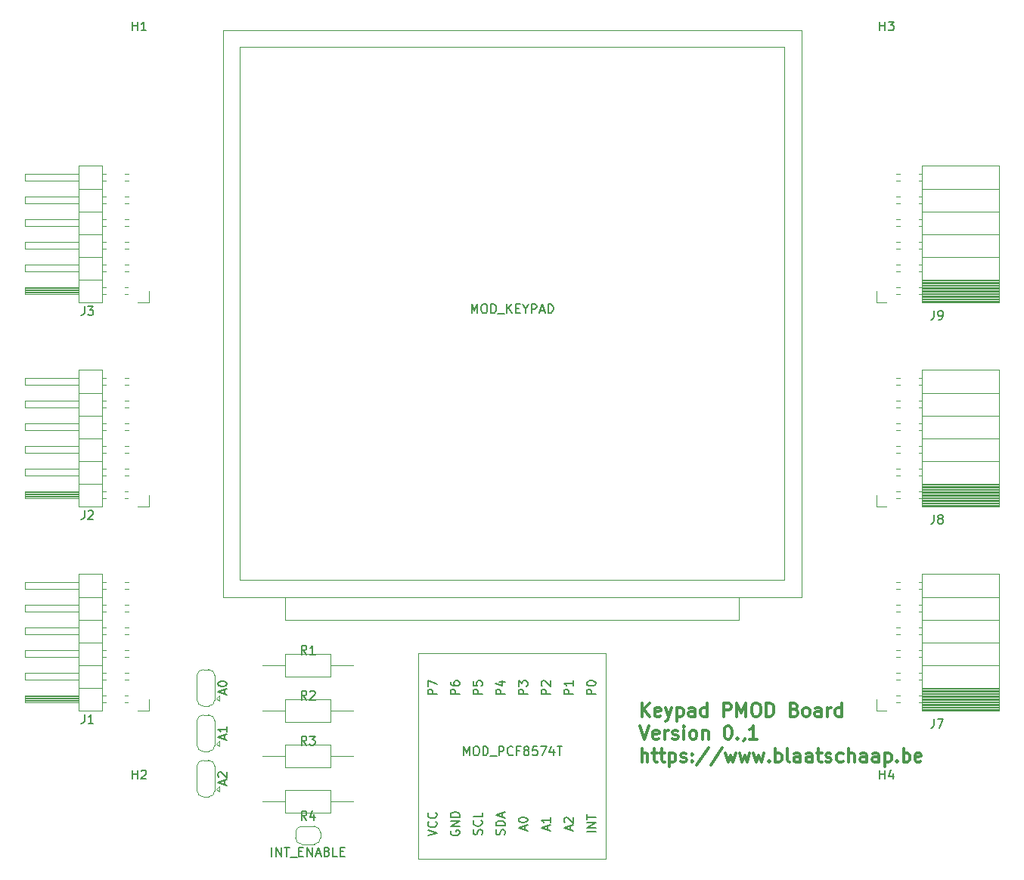
<source format=gbr>
%TF.GenerationSoftware,KiCad,Pcbnew,5.1.10*%
%TF.CreationDate,2021-12-30T18:00:27+01:00*%
%TF.ProjectId,keypad_board,6b657970-6164-45f6-926f-6172642e6b69,rev?*%
%TF.SameCoordinates,Original*%
%TF.FileFunction,Legend,Top*%
%TF.FilePolarity,Positive*%
%FSLAX46Y46*%
G04 Gerber Fmt 4.6, Leading zero omitted, Abs format (unit mm)*
G04 Created by KiCad (PCBNEW 5.1.10) date 2021-12-30 18:00:27*
%MOMM*%
%LPD*%
G01*
G04 APERTURE LIST*
%ADD10C,0.300000*%
%ADD11C,0.120000*%
%ADD12C,0.150000*%
G04 APERTURE END LIST*
D10*
X119932142Y-121318571D02*
X119932142Y-119818571D01*
X120789285Y-121318571D02*
X120146428Y-120461428D01*
X120789285Y-119818571D02*
X119932142Y-120675714D01*
X122003571Y-121247142D02*
X121860714Y-121318571D01*
X121575000Y-121318571D01*
X121432142Y-121247142D01*
X121360714Y-121104285D01*
X121360714Y-120532857D01*
X121432142Y-120390000D01*
X121575000Y-120318571D01*
X121860714Y-120318571D01*
X122003571Y-120390000D01*
X122075000Y-120532857D01*
X122075000Y-120675714D01*
X121360714Y-120818571D01*
X122575000Y-120318571D02*
X122932142Y-121318571D01*
X123289285Y-120318571D02*
X122932142Y-121318571D01*
X122789285Y-121675714D01*
X122717857Y-121747142D01*
X122575000Y-121818571D01*
X123860714Y-120318571D02*
X123860714Y-121818571D01*
X123860714Y-120390000D02*
X124003571Y-120318571D01*
X124289285Y-120318571D01*
X124432142Y-120390000D01*
X124503571Y-120461428D01*
X124575000Y-120604285D01*
X124575000Y-121032857D01*
X124503571Y-121175714D01*
X124432142Y-121247142D01*
X124289285Y-121318571D01*
X124003571Y-121318571D01*
X123860714Y-121247142D01*
X125860714Y-121318571D02*
X125860714Y-120532857D01*
X125789285Y-120390000D01*
X125646428Y-120318571D01*
X125360714Y-120318571D01*
X125217857Y-120390000D01*
X125860714Y-121247142D02*
X125717857Y-121318571D01*
X125360714Y-121318571D01*
X125217857Y-121247142D01*
X125146428Y-121104285D01*
X125146428Y-120961428D01*
X125217857Y-120818571D01*
X125360714Y-120747142D01*
X125717857Y-120747142D01*
X125860714Y-120675714D01*
X127217857Y-121318571D02*
X127217857Y-119818571D01*
X127217857Y-121247142D02*
X127075000Y-121318571D01*
X126789285Y-121318571D01*
X126646428Y-121247142D01*
X126575000Y-121175714D01*
X126503571Y-121032857D01*
X126503571Y-120604285D01*
X126575000Y-120461428D01*
X126646428Y-120390000D01*
X126789285Y-120318571D01*
X127075000Y-120318571D01*
X127217857Y-120390000D01*
X129075000Y-121318571D02*
X129075000Y-119818571D01*
X129646428Y-119818571D01*
X129789285Y-119890000D01*
X129860714Y-119961428D01*
X129932142Y-120104285D01*
X129932142Y-120318571D01*
X129860714Y-120461428D01*
X129789285Y-120532857D01*
X129646428Y-120604285D01*
X129075000Y-120604285D01*
X130575000Y-121318571D02*
X130575000Y-119818571D01*
X131075000Y-120890000D01*
X131575000Y-119818571D01*
X131575000Y-121318571D01*
X132575000Y-119818571D02*
X132860714Y-119818571D01*
X133003571Y-119890000D01*
X133146428Y-120032857D01*
X133217857Y-120318571D01*
X133217857Y-120818571D01*
X133146428Y-121104285D01*
X133003571Y-121247142D01*
X132860714Y-121318571D01*
X132575000Y-121318571D01*
X132432142Y-121247142D01*
X132289285Y-121104285D01*
X132217857Y-120818571D01*
X132217857Y-120318571D01*
X132289285Y-120032857D01*
X132432142Y-119890000D01*
X132575000Y-119818571D01*
X133860714Y-121318571D02*
X133860714Y-119818571D01*
X134217857Y-119818571D01*
X134432142Y-119890000D01*
X134575000Y-120032857D01*
X134646428Y-120175714D01*
X134717857Y-120461428D01*
X134717857Y-120675714D01*
X134646428Y-120961428D01*
X134575000Y-121104285D01*
X134432142Y-121247142D01*
X134217857Y-121318571D01*
X133860714Y-121318571D01*
X137003571Y-120532857D02*
X137217857Y-120604285D01*
X137289285Y-120675714D01*
X137360714Y-120818571D01*
X137360714Y-121032857D01*
X137289285Y-121175714D01*
X137217857Y-121247142D01*
X137075000Y-121318571D01*
X136503571Y-121318571D01*
X136503571Y-119818571D01*
X137003571Y-119818571D01*
X137146428Y-119890000D01*
X137217857Y-119961428D01*
X137289285Y-120104285D01*
X137289285Y-120247142D01*
X137217857Y-120390000D01*
X137146428Y-120461428D01*
X137003571Y-120532857D01*
X136503571Y-120532857D01*
X138217857Y-121318571D02*
X138075000Y-121247142D01*
X138003571Y-121175714D01*
X137932142Y-121032857D01*
X137932142Y-120604285D01*
X138003571Y-120461428D01*
X138075000Y-120390000D01*
X138217857Y-120318571D01*
X138432142Y-120318571D01*
X138575000Y-120390000D01*
X138646428Y-120461428D01*
X138717857Y-120604285D01*
X138717857Y-121032857D01*
X138646428Y-121175714D01*
X138575000Y-121247142D01*
X138432142Y-121318571D01*
X138217857Y-121318571D01*
X140003571Y-121318571D02*
X140003571Y-120532857D01*
X139932142Y-120390000D01*
X139789285Y-120318571D01*
X139503571Y-120318571D01*
X139360714Y-120390000D01*
X140003571Y-121247142D02*
X139860714Y-121318571D01*
X139503571Y-121318571D01*
X139360714Y-121247142D01*
X139289285Y-121104285D01*
X139289285Y-120961428D01*
X139360714Y-120818571D01*
X139503571Y-120747142D01*
X139860714Y-120747142D01*
X140003571Y-120675714D01*
X140717857Y-121318571D02*
X140717857Y-120318571D01*
X140717857Y-120604285D02*
X140789285Y-120461428D01*
X140860714Y-120390000D01*
X141003571Y-120318571D01*
X141146428Y-120318571D01*
X142289285Y-121318571D02*
X142289285Y-119818571D01*
X142289285Y-121247142D02*
X142146428Y-121318571D01*
X141860714Y-121318571D01*
X141717857Y-121247142D01*
X141646428Y-121175714D01*
X141575000Y-121032857D01*
X141575000Y-120604285D01*
X141646428Y-120461428D01*
X141717857Y-120390000D01*
X141860714Y-120318571D01*
X142146428Y-120318571D01*
X142289285Y-120390000D01*
X119717857Y-122368571D02*
X120217857Y-123868571D01*
X120717857Y-122368571D01*
X121789285Y-123797142D02*
X121646428Y-123868571D01*
X121360714Y-123868571D01*
X121217857Y-123797142D01*
X121146428Y-123654285D01*
X121146428Y-123082857D01*
X121217857Y-122940000D01*
X121360714Y-122868571D01*
X121646428Y-122868571D01*
X121789285Y-122940000D01*
X121860714Y-123082857D01*
X121860714Y-123225714D01*
X121146428Y-123368571D01*
X122503571Y-123868571D02*
X122503571Y-122868571D01*
X122503571Y-123154285D02*
X122575000Y-123011428D01*
X122646428Y-122940000D01*
X122789285Y-122868571D01*
X122932142Y-122868571D01*
X123360714Y-123797142D02*
X123503571Y-123868571D01*
X123789285Y-123868571D01*
X123932142Y-123797142D01*
X124003571Y-123654285D01*
X124003571Y-123582857D01*
X123932142Y-123440000D01*
X123789285Y-123368571D01*
X123575000Y-123368571D01*
X123432142Y-123297142D01*
X123360714Y-123154285D01*
X123360714Y-123082857D01*
X123432142Y-122940000D01*
X123575000Y-122868571D01*
X123789285Y-122868571D01*
X123932142Y-122940000D01*
X124646428Y-123868571D02*
X124646428Y-122868571D01*
X124646428Y-122368571D02*
X124575000Y-122440000D01*
X124646428Y-122511428D01*
X124717857Y-122440000D01*
X124646428Y-122368571D01*
X124646428Y-122511428D01*
X125575000Y-123868571D02*
X125432142Y-123797142D01*
X125360714Y-123725714D01*
X125289285Y-123582857D01*
X125289285Y-123154285D01*
X125360714Y-123011428D01*
X125432142Y-122940000D01*
X125575000Y-122868571D01*
X125789285Y-122868571D01*
X125932142Y-122940000D01*
X126003571Y-123011428D01*
X126075000Y-123154285D01*
X126075000Y-123582857D01*
X126003571Y-123725714D01*
X125932142Y-123797142D01*
X125789285Y-123868571D01*
X125575000Y-123868571D01*
X126717857Y-122868571D02*
X126717857Y-123868571D01*
X126717857Y-123011428D02*
X126789285Y-122940000D01*
X126932142Y-122868571D01*
X127146428Y-122868571D01*
X127289285Y-122940000D01*
X127360714Y-123082857D01*
X127360714Y-123868571D01*
X129503571Y-122368571D02*
X129646428Y-122368571D01*
X129789285Y-122440000D01*
X129860714Y-122511428D01*
X129932142Y-122654285D01*
X130003571Y-122940000D01*
X130003571Y-123297142D01*
X129932142Y-123582857D01*
X129860714Y-123725714D01*
X129789285Y-123797142D01*
X129646428Y-123868571D01*
X129503571Y-123868571D01*
X129360714Y-123797142D01*
X129289285Y-123725714D01*
X129217857Y-123582857D01*
X129146428Y-123297142D01*
X129146428Y-122940000D01*
X129217857Y-122654285D01*
X129289285Y-122511428D01*
X129360714Y-122440000D01*
X129503571Y-122368571D01*
X130646428Y-123725714D02*
X130717857Y-123797142D01*
X130646428Y-123868571D01*
X130575000Y-123797142D01*
X130646428Y-123725714D01*
X130646428Y-123868571D01*
X131432142Y-123797142D02*
X131432142Y-123868571D01*
X131360714Y-124011428D01*
X131289285Y-124082857D01*
X132860714Y-123868571D02*
X132003571Y-123868571D01*
X132432142Y-123868571D02*
X132432142Y-122368571D01*
X132289285Y-122582857D01*
X132146428Y-122725714D01*
X132003571Y-122797142D01*
X119932142Y-126418571D02*
X119932142Y-124918571D01*
X120575000Y-126418571D02*
X120575000Y-125632857D01*
X120503571Y-125490000D01*
X120360714Y-125418571D01*
X120146428Y-125418571D01*
X120003571Y-125490000D01*
X119932142Y-125561428D01*
X121075000Y-125418571D02*
X121646428Y-125418571D01*
X121289285Y-124918571D02*
X121289285Y-126204285D01*
X121360714Y-126347142D01*
X121503571Y-126418571D01*
X121646428Y-126418571D01*
X121932142Y-125418571D02*
X122503571Y-125418571D01*
X122146428Y-124918571D02*
X122146428Y-126204285D01*
X122217857Y-126347142D01*
X122360714Y-126418571D01*
X122503571Y-126418571D01*
X123003571Y-125418571D02*
X123003571Y-126918571D01*
X123003571Y-125490000D02*
X123146428Y-125418571D01*
X123432142Y-125418571D01*
X123575000Y-125490000D01*
X123646428Y-125561428D01*
X123717857Y-125704285D01*
X123717857Y-126132857D01*
X123646428Y-126275714D01*
X123575000Y-126347142D01*
X123432142Y-126418571D01*
X123146428Y-126418571D01*
X123003571Y-126347142D01*
X124289285Y-126347142D02*
X124432142Y-126418571D01*
X124717857Y-126418571D01*
X124860714Y-126347142D01*
X124932142Y-126204285D01*
X124932142Y-126132857D01*
X124860714Y-125990000D01*
X124717857Y-125918571D01*
X124503571Y-125918571D01*
X124360714Y-125847142D01*
X124289285Y-125704285D01*
X124289285Y-125632857D01*
X124360714Y-125490000D01*
X124503571Y-125418571D01*
X124717857Y-125418571D01*
X124860714Y-125490000D01*
X125575000Y-126275714D02*
X125646428Y-126347142D01*
X125575000Y-126418571D01*
X125503571Y-126347142D01*
X125575000Y-126275714D01*
X125575000Y-126418571D01*
X125575000Y-125490000D02*
X125646428Y-125561428D01*
X125575000Y-125632857D01*
X125503571Y-125561428D01*
X125575000Y-125490000D01*
X125575000Y-125632857D01*
X127360714Y-124847142D02*
X126075000Y-126775714D01*
X128932142Y-124847142D02*
X127646428Y-126775714D01*
X129289285Y-125418571D02*
X129575000Y-126418571D01*
X129860714Y-125704285D01*
X130146428Y-126418571D01*
X130432142Y-125418571D01*
X130860714Y-125418571D02*
X131146428Y-126418571D01*
X131432142Y-125704285D01*
X131717857Y-126418571D01*
X132003571Y-125418571D01*
X132432142Y-125418571D02*
X132717857Y-126418571D01*
X133003571Y-125704285D01*
X133289285Y-126418571D01*
X133575000Y-125418571D01*
X134146428Y-126275714D02*
X134217857Y-126347142D01*
X134146428Y-126418571D01*
X134075000Y-126347142D01*
X134146428Y-126275714D01*
X134146428Y-126418571D01*
X134860714Y-126418571D02*
X134860714Y-124918571D01*
X134860714Y-125490000D02*
X135003571Y-125418571D01*
X135289285Y-125418571D01*
X135432142Y-125490000D01*
X135503571Y-125561428D01*
X135575000Y-125704285D01*
X135575000Y-126132857D01*
X135503571Y-126275714D01*
X135432142Y-126347142D01*
X135289285Y-126418571D01*
X135003571Y-126418571D01*
X134860714Y-126347142D01*
X136432142Y-126418571D02*
X136289285Y-126347142D01*
X136217857Y-126204285D01*
X136217857Y-124918571D01*
X137646428Y-126418571D02*
X137646428Y-125632857D01*
X137575000Y-125490000D01*
X137432142Y-125418571D01*
X137146428Y-125418571D01*
X137003571Y-125490000D01*
X137646428Y-126347142D02*
X137503571Y-126418571D01*
X137146428Y-126418571D01*
X137003571Y-126347142D01*
X136932142Y-126204285D01*
X136932142Y-126061428D01*
X137003571Y-125918571D01*
X137146428Y-125847142D01*
X137503571Y-125847142D01*
X137646428Y-125775714D01*
X139003571Y-126418571D02*
X139003571Y-125632857D01*
X138932142Y-125490000D01*
X138789285Y-125418571D01*
X138503571Y-125418571D01*
X138360714Y-125490000D01*
X139003571Y-126347142D02*
X138860714Y-126418571D01*
X138503571Y-126418571D01*
X138360714Y-126347142D01*
X138289285Y-126204285D01*
X138289285Y-126061428D01*
X138360714Y-125918571D01*
X138503571Y-125847142D01*
X138860714Y-125847142D01*
X139003571Y-125775714D01*
X139503571Y-125418571D02*
X140075000Y-125418571D01*
X139717857Y-124918571D02*
X139717857Y-126204285D01*
X139789285Y-126347142D01*
X139932142Y-126418571D01*
X140075000Y-126418571D01*
X140503571Y-126347142D02*
X140646428Y-126418571D01*
X140932142Y-126418571D01*
X141075000Y-126347142D01*
X141146428Y-126204285D01*
X141146428Y-126132857D01*
X141075000Y-125990000D01*
X140932142Y-125918571D01*
X140717857Y-125918571D01*
X140575000Y-125847142D01*
X140503571Y-125704285D01*
X140503571Y-125632857D01*
X140575000Y-125490000D01*
X140717857Y-125418571D01*
X140932142Y-125418571D01*
X141075000Y-125490000D01*
X142432142Y-126347142D02*
X142289285Y-126418571D01*
X142003571Y-126418571D01*
X141860714Y-126347142D01*
X141789285Y-126275714D01*
X141717857Y-126132857D01*
X141717857Y-125704285D01*
X141789285Y-125561428D01*
X141860714Y-125490000D01*
X142003571Y-125418571D01*
X142289285Y-125418571D01*
X142432142Y-125490000D01*
X143075000Y-126418571D02*
X143075000Y-124918571D01*
X143717857Y-126418571D02*
X143717857Y-125632857D01*
X143646428Y-125490000D01*
X143503571Y-125418571D01*
X143289285Y-125418571D01*
X143146428Y-125490000D01*
X143075000Y-125561428D01*
X145075000Y-126418571D02*
X145075000Y-125632857D01*
X145003571Y-125490000D01*
X144860714Y-125418571D01*
X144575000Y-125418571D01*
X144432142Y-125490000D01*
X145075000Y-126347142D02*
X144932142Y-126418571D01*
X144575000Y-126418571D01*
X144432142Y-126347142D01*
X144360714Y-126204285D01*
X144360714Y-126061428D01*
X144432142Y-125918571D01*
X144575000Y-125847142D01*
X144932142Y-125847142D01*
X145075000Y-125775714D01*
X146432142Y-126418571D02*
X146432142Y-125632857D01*
X146360714Y-125490000D01*
X146217857Y-125418571D01*
X145932142Y-125418571D01*
X145789285Y-125490000D01*
X146432142Y-126347142D02*
X146289285Y-126418571D01*
X145932142Y-126418571D01*
X145789285Y-126347142D01*
X145717857Y-126204285D01*
X145717857Y-126061428D01*
X145789285Y-125918571D01*
X145932142Y-125847142D01*
X146289285Y-125847142D01*
X146432142Y-125775714D01*
X147146428Y-125418571D02*
X147146428Y-126918571D01*
X147146428Y-125490000D02*
X147289285Y-125418571D01*
X147575000Y-125418571D01*
X147717857Y-125490000D01*
X147789285Y-125561428D01*
X147860714Y-125704285D01*
X147860714Y-126132857D01*
X147789285Y-126275714D01*
X147717857Y-126347142D01*
X147575000Y-126418571D01*
X147289285Y-126418571D01*
X147146428Y-126347142D01*
X148503571Y-126275714D02*
X148575000Y-126347142D01*
X148503571Y-126418571D01*
X148432142Y-126347142D01*
X148503571Y-126275714D01*
X148503571Y-126418571D01*
X149217857Y-126418571D02*
X149217857Y-124918571D01*
X149217857Y-125490000D02*
X149360714Y-125418571D01*
X149646428Y-125418571D01*
X149789285Y-125490000D01*
X149860714Y-125561428D01*
X149932142Y-125704285D01*
X149932142Y-126132857D01*
X149860714Y-126275714D01*
X149789285Y-126347142D01*
X149646428Y-126418571D01*
X149360714Y-126418571D01*
X149217857Y-126347142D01*
X151146428Y-126347142D02*
X151003571Y-126418571D01*
X150717857Y-126418571D01*
X150575000Y-126347142D01*
X150503571Y-126204285D01*
X150503571Y-125632857D01*
X150575000Y-125490000D01*
X150717857Y-125418571D01*
X151003571Y-125418571D01*
X151146428Y-125490000D01*
X151217857Y-125632857D01*
X151217857Y-125775714D01*
X150503571Y-125918571D01*
D11*
%TO.C,JP1*%
X81850000Y-133620000D02*
X83250000Y-133620000D01*
X83950000Y-134320000D02*
X83950000Y-134920000D01*
X83250000Y-135620000D02*
X81850000Y-135620000D01*
X81150000Y-134920000D02*
X81150000Y-134320000D01*
X81150000Y-134320000D02*
G75*
G02*
X81850000Y-133620000I700000J0D01*
G01*
X81850000Y-135620000D02*
G75*
G02*
X81150000Y-134920000I0J700000D01*
G01*
X83950000Y-134920000D02*
G75*
G02*
X83250000Y-135620000I-700000J0D01*
G01*
X83250000Y-133620000D02*
G75*
G02*
X83950000Y-134320000I0J-700000D01*
G01*
%TO.C,JP4*%
X70120000Y-129670000D02*
X70120000Y-126870000D01*
X70820000Y-126220000D02*
X71420000Y-126220000D01*
X72120000Y-126870000D02*
X72120000Y-129670000D01*
X71420000Y-130320000D02*
X70820000Y-130320000D01*
X72320000Y-129470000D02*
X72620000Y-129770000D01*
X72620000Y-129770000D02*
X72620000Y-129170000D01*
X72320000Y-129470000D02*
X72620000Y-129170000D01*
X70820000Y-130320000D02*
G75*
G02*
X70120000Y-129620000I0J700000D01*
G01*
X72120000Y-129620000D02*
G75*
G02*
X71420000Y-130320000I-700000J0D01*
G01*
X71420000Y-126220000D02*
G75*
G02*
X72120000Y-126920000I0J-700000D01*
G01*
X70120000Y-126920000D02*
G75*
G02*
X70820000Y-126220000I700000J0D01*
G01*
%TO.C,JP3*%
X70120000Y-124590000D02*
X70120000Y-121790000D01*
X70820000Y-121140000D02*
X71420000Y-121140000D01*
X72120000Y-121790000D02*
X72120000Y-124590000D01*
X71420000Y-125240000D02*
X70820000Y-125240000D01*
X72320000Y-124390000D02*
X72620000Y-124690000D01*
X72620000Y-124690000D02*
X72620000Y-124090000D01*
X72320000Y-124390000D02*
X72620000Y-124090000D01*
X70820000Y-125240000D02*
G75*
G02*
X70120000Y-124540000I0J700000D01*
G01*
X72120000Y-124540000D02*
G75*
G02*
X71420000Y-125240000I-700000J0D01*
G01*
X71420000Y-121140000D02*
G75*
G02*
X72120000Y-121840000I0J-700000D01*
G01*
X70120000Y-121840000D02*
G75*
G02*
X70820000Y-121140000I700000J0D01*
G01*
%TO.C,JP2*%
X70120000Y-119510000D02*
X70120000Y-116710000D01*
X70820000Y-116060000D02*
X71420000Y-116060000D01*
X72120000Y-116710000D02*
X72120000Y-119510000D01*
X71420000Y-120160000D02*
X70820000Y-120160000D01*
X72320000Y-119310000D02*
X72620000Y-119610000D01*
X72620000Y-119610000D02*
X72620000Y-119010000D01*
X72320000Y-119310000D02*
X72620000Y-119010000D01*
X70820000Y-120160000D02*
G75*
G02*
X70120000Y-119460000I0J700000D01*
G01*
X72120000Y-119460000D02*
G75*
G02*
X71420000Y-120160000I-700000J0D01*
G01*
X71420000Y-116060000D02*
G75*
G02*
X72120000Y-116760000I0J-700000D01*
G01*
X70120000Y-116760000D02*
G75*
G02*
X70820000Y-116060000I700000J0D01*
G01*
%TO.C,R4*%
X87630000Y-130810000D02*
X85090000Y-130810000D01*
X85090000Y-130810000D02*
X85090000Y-132080000D01*
X85090000Y-132080000D02*
X80010000Y-132080000D01*
X80010000Y-132080000D02*
X80010000Y-129540000D01*
X80010000Y-129540000D02*
X85090000Y-129540000D01*
X85090000Y-129540000D02*
X85090000Y-130810000D01*
X80010000Y-130810000D02*
X77470000Y-130810000D01*
%TO.C,R3*%
X77470000Y-125730000D02*
X80010000Y-125730000D01*
X80010000Y-125730000D02*
X80010000Y-124460000D01*
X80010000Y-124460000D02*
X85090000Y-124460000D01*
X85090000Y-124460000D02*
X85090000Y-127000000D01*
X85090000Y-127000000D02*
X80010000Y-127000000D01*
X80010000Y-127000000D02*
X80010000Y-125730000D01*
X85090000Y-125730000D02*
X87630000Y-125730000D01*
%TO.C,R2*%
X77470000Y-120650000D02*
X80010000Y-120650000D01*
X80010000Y-120650000D02*
X80010000Y-119380000D01*
X80010000Y-119380000D02*
X85090000Y-119380000D01*
X85090000Y-119380000D02*
X85090000Y-121920000D01*
X85090000Y-121920000D02*
X80010000Y-121920000D01*
X80010000Y-121920000D02*
X80010000Y-120650000D01*
X85090000Y-120650000D02*
X87630000Y-120650000D01*
%TO.C,R1*%
X77470000Y-115570000D02*
X80010000Y-115570000D01*
X80010000Y-115570000D02*
X80010000Y-114300000D01*
X80010000Y-114300000D02*
X85090000Y-114300000D01*
X85090000Y-114300000D02*
X85090000Y-116840000D01*
X85090000Y-116840000D02*
X80010000Y-116840000D01*
X80010000Y-116840000D02*
X80010000Y-115570000D01*
X85090000Y-115570000D02*
X87630000Y-115570000D01*
%TO.C,U3*%
X74930000Y-106045000D02*
X135255000Y-106045000D01*
X74930000Y-105410000D02*
X74930000Y-106045000D01*
X74930000Y-106045000D02*
X74930000Y-105410000D01*
X135890000Y-106045000D02*
X135890000Y-46990000D01*
X135255000Y-106045000D02*
X135890000Y-106045000D01*
X135890000Y-106045000D02*
X135255000Y-106045000D01*
X135890000Y-46355000D02*
X135890000Y-46990000D01*
X76200000Y-46355000D02*
X135890000Y-46355000D01*
X135890000Y-46355000D02*
X135255000Y-46355000D01*
X76200000Y-44450000D02*
X75565000Y-44450000D01*
X74930000Y-46355000D02*
X76200000Y-46355000D01*
X74930000Y-47625000D02*
X74930000Y-46355000D01*
X74930000Y-46355000D02*
X74930000Y-105410000D01*
X130810000Y-110490000D02*
X130810000Y-107950000D01*
X80010000Y-110490000D02*
X130810000Y-110490000D01*
X80010000Y-107950000D02*
X80010000Y-110490000D01*
X73010000Y-108000000D02*
X137810000Y-108000000D01*
X73010000Y-44450000D02*
X137810000Y-44450000D01*
X137810000Y-44450000D02*
X137810000Y-108000000D01*
X73010000Y-108000000D02*
X73010000Y-44450000D01*
%TO.C,U1*%
X94910000Y-114230000D02*
X115910000Y-114230000D01*
X115910000Y-137230000D02*
X115910000Y-114230000D01*
X94910000Y-137230000D02*
X115910000Y-137230000D01*
X94910000Y-137230000D02*
X94910000Y-114230000D01*
%TO.C,J9*%
X159950000Y-74870000D02*
X151320000Y-74870000D01*
X159950000Y-74751905D02*
X151320000Y-74751905D01*
X159950000Y-74633810D02*
X151320000Y-74633810D01*
X159950000Y-74515715D02*
X151320000Y-74515715D01*
X159950000Y-74397620D02*
X151320000Y-74397620D01*
X159950000Y-74279525D02*
X151320000Y-74279525D01*
X159950000Y-74161430D02*
X151320000Y-74161430D01*
X159950000Y-74043335D02*
X151320000Y-74043335D01*
X159950000Y-73925240D02*
X151320000Y-73925240D01*
X159950000Y-73807145D02*
X151320000Y-73807145D01*
X159950000Y-73689050D02*
X151320000Y-73689050D01*
X159950000Y-73570955D02*
X151320000Y-73570955D01*
X159950000Y-73452860D02*
X151320000Y-73452860D01*
X159950000Y-73334765D02*
X151320000Y-73334765D01*
X159950000Y-73216670D02*
X151320000Y-73216670D01*
X159950000Y-73098575D02*
X151320000Y-73098575D01*
X159950000Y-72980480D02*
X151320000Y-72980480D01*
X159950000Y-72862385D02*
X151320000Y-72862385D01*
X159950000Y-72744290D02*
X151320000Y-72744290D01*
X159950000Y-72626195D02*
X151320000Y-72626195D01*
X159950000Y-72508100D02*
X151320000Y-72508100D01*
X151320000Y-74020000D02*
X150910000Y-74020000D01*
X148810000Y-74020000D02*
X148430000Y-74020000D01*
X151320000Y-73300000D02*
X150910000Y-73300000D01*
X148810000Y-73300000D02*
X148430000Y-73300000D01*
X151320000Y-71480000D02*
X150910000Y-71480000D01*
X148810000Y-71480000D02*
X148370000Y-71480000D01*
X151320000Y-70760000D02*
X150910000Y-70760000D01*
X148810000Y-70760000D02*
X148370000Y-70760000D01*
X151320000Y-68940000D02*
X150910000Y-68940000D01*
X148810000Y-68940000D02*
X148370000Y-68940000D01*
X151320000Y-68220000D02*
X150910000Y-68220000D01*
X148810000Y-68220000D02*
X148370000Y-68220000D01*
X151320000Y-66400000D02*
X150910000Y-66400000D01*
X148810000Y-66400000D02*
X148370000Y-66400000D01*
X151320000Y-65680000D02*
X150910000Y-65680000D01*
X148810000Y-65680000D02*
X148370000Y-65680000D01*
X151320000Y-63860000D02*
X150910000Y-63860000D01*
X148810000Y-63860000D02*
X148370000Y-63860000D01*
X151320000Y-63140000D02*
X150910000Y-63140000D01*
X148810000Y-63140000D02*
X148370000Y-63140000D01*
X151320000Y-61320000D02*
X150910000Y-61320000D01*
X148810000Y-61320000D02*
X148370000Y-61320000D01*
X151320000Y-60600000D02*
X150910000Y-60600000D01*
X148810000Y-60600000D02*
X148370000Y-60600000D01*
X159950000Y-72390000D02*
X151320000Y-72390000D01*
X159950000Y-69850000D02*
X151320000Y-69850000D01*
X159950000Y-67310000D02*
X151320000Y-67310000D01*
X159950000Y-64770000D02*
X151320000Y-64770000D01*
X159950000Y-62230000D02*
X151320000Y-62230000D01*
X159950000Y-74990000D02*
X151320000Y-74990000D01*
X151320000Y-74990000D02*
X151320000Y-59630000D01*
X159950000Y-59630000D02*
X151320000Y-59630000D01*
X159950000Y-74990000D02*
X159950000Y-59630000D01*
X146210000Y-74990000D02*
X146210000Y-73660000D01*
X147320000Y-74990000D02*
X146210000Y-74990000D01*
%TO.C,J8*%
X159950000Y-97730000D02*
X151320000Y-97730000D01*
X159950000Y-97611905D02*
X151320000Y-97611905D01*
X159950000Y-97493810D02*
X151320000Y-97493810D01*
X159950000Y-97375715D02*
X151320000Y-97375715D01*
X159950000Y-97257620D02*
X151320000Y-97257620D01*
X159950000Y-97139525D02*
X151320000Y-97139525D01*
X159950000Y-97021430D02*
X151320000Y-97021430D01*
X159950000Y-96903335D02*
X151320000Y-96903335D01*
X159950000Y-96785240D02*
X151320000Y-96785240D01*
X159950000Y-96667145D02*
X151320000Y-96667145D01*
X159950000Y-96549050D02*
X151320000Y-96549050D01*
X159950000Y-96430955D02*
X151320000Y-96430955D01*
X159950000Y-96312860D02*
X151320000Y-96312860D01*
X159950000Y-96194765D02*
X151320000Y-96194765D01*
X159950000Y-96076670D02*
X151320000Y-96076670D01*
X159950000Y-95958575D02*
X151320000Y-95958575D01*
X159950000Y-95840480D02*
X151320000Y-95840480D01*
X159950000Y-95722385D02*
X151320000Y-95722385D01*
X159950000Y-95604290D02*
X151320000Y-95604290D01*
X159950000Y-95486195D02*
X151320000Y-95486195D01*
X159950000Y-95368100D02*
X151320000Y-95368100D01*
X151320000Y-96880000D02*
X150910000Y-96880000D01*
X148810000Y-96880000D02*
X148430000Y-96880000D01*
X151320000Y-96160000D02*
X150910000Y-96160000D01*
X148810000Y-96160000D02*
X148430000Y-96160000D01*
X151320000Y-94340000D02*
X150910000Y-94340000D01*
X148810000Y-94340000D02*
X148370000Y-94340000D01*
X151320000Y-93620000D02*
X150910000Y-93620000D01*
X148810000Y-93620000D02*
X148370000Y-93620000D01*
X151320000Y-91800000D02*
X150910000Y-91800000D01*
X148810000Y-91800000D02*
X148370000Y-91800000D01*
X151320000Y-91080000D02*
X150910000Y-91080000D01*
X148810000Y-91080000D02*
X148370000Y-91080000D01*
X151320000Y-89260000D02*
X150910000Y-89260000D01*
X148810000Y-89260000D02*
X148370000Y-89260000D01*
X151320000Y-88540000D02*
X150910000Y-88540000D01*
X148810000Y-88540000D02*
X148370000Y-88540000D01*
X151320000Y-86720000D02*
X150910000Y-86720000D01*
X148810000Y-86720000D02*
X148370000Y-86720000D01*
X151320000Y-86000000D02*
X150910000Y-86000000D01*
X148810000Y-86000000D02*
X148370000Y-86000000D01*
X151320000Y-84180000D02*
X150910000Y-84180000D01*
X148810000Y-84180000D02*
X148370000Y-84180000D01*
X151320000Y-83460000D02*
X150910000Y-83460000D01*
X148810000Y-83460000D02*
X148370000Y-83460000D01*
X159950000Y-95250000D02*
X151320000Y-95250000D01*
X159950000Y-92710000D02*
X151320000Y-92710000D01*
X159950000Y-90170000D02*
X151320000Y-90170000D01*
X159950000Y-87630000D02*
X151320000Y-87630000D01*
X159950000Y-85090000D02*
X151320000Y-85090000D01*
X159950000Y-97850000D02*
X151320000Y-97850000D01*
X151320000Y-97850000D02*
X151320000Y-82490000D01*
X159950000Y-82490000D02*
X151320000Y-82490000D01*
X159950000Y-97850000D02*
X159950000Y-82490000D01*
X146210000Y-97850000D02*
X146210000Y-96520000D01*
X147320000Y-97850000D02*
X146210000Y-97850000D01*
%TO.C,J7*%
X159950000Y-120590000D02*
X151320000Y-120590000D01*
X159950000Y-120471905D02*
X151320000Y-120471905D01*
X159950000Y-120353810D02*
X151320000Y-120353810D01*
X159950000Y-120235715D02*
X151320000Y-120235715D01*
X159950000Y-120117620D02*
X151320000Y-120117620D01*
X159950000Y-119999525D02*
X151320000Y-119999525D01*
X159950000Y-119881430D02*
X151320000Y-119881430D01*
X159950000Y-119763335D02*
X151320000Y-119763335D01*
X159950000Y-119645240D02*
X151320000Y-119645240D01*
X159950000Y-119527145D02*
X151320000Y-119527145D01*
X159950000Y-119409050D02*
X151320000Y-119409050D01*
X159950000Y-119290955D02*
X151320000Y-119290955D01*
X159950000Y-119172860D02*
X151320000Y-119172860D01*
X159950000Y-119054765D02*
X151320000Y-119054765D01*
X159950000Y-118936670D02*
X151320000Y-118936670D01*
X159950000Y-118818575D02*
X151320000Y-118818575D01*
X159950000Y-118700480D02*
X151320000Y-118700480D01*
X159950000Y-118582385D02*
X151320000Y-118582385D01*
X159950000Y-118464290D02*
X151320000Y-118464290D01*
X159950000Y-118346195D02*
X151320000Y-118346195D01*
X159950000Y-118228100D02*
X151320000Y-118228100D01*
X151320000Y-119740000D02*
X150910000Y-119740000D01*
X148810000Y-119740000D02*
X148430000Y-119740000D01*
X151320000Y-119020000D02*
X150910000Y-119020000D01*
X148810000Y-119020000D02*
X148430000Y-119020000D01*
X151320000Y-117200000D02*
X150910000Y-117200000D01*
X148810000Y-117200000D02*
X148370000Y-117200000D01*
X151320000Y-116480000D02*
X150910000Y-116480000D01*
X148810000Y-116480000D02*
X148370000Y-116480000D01*
X151320000Y-114660000D02*
X150910000Y-114660000D01*
X148810000Y-114660000D02*
X148370000Y-114660000D01*
X151320000Y-113940000D02*
X150910000Y-113940000D01*
X148810000Y-113940000D02*
X148370000Y-113940000D01*
X151320000Y-112120000D02*
X150910000Y-112120000D01*
X148810000Y-112120000D02*
X148370000Y-112120000D01*
X151320000Y-111400000D02*
X150910000Y-111400000D01*
X148810000Y-111400000D02*
X148370000Y-111400000D01*
X151320000Y-109580000D02*
X150910000Y-109580000D01*
X148810000Y-109580000D02*
X148370000Y-109580000D01*
X151320000Y-108860000D02*
X150910000Y-108860000D01*
X148810000Y-108860000D02*
X148370000Y-108860000D01*
X151320000Y-107040000D02*
X150910000Y-107040000D01*
X148810000Y-107040000D02*
X148370000Y-107040000D01*
X151320000Y-106320000D02*
X150910000Y-106320000D01*
X148810000Y-106320000D02*
X148370000Y-106320000D01*
X159950000Y-118110000D02*
X151320000Y-118110000D01*
X159950000Y-115570000D02*
X151320000Y-115570000D01*
X159950000Y-113030000D02*
X151320000Y-113030000D01*
X159950000Y-110490000D02*
X151320000Y-110490000D01*
X159950000Y-107950000D02*
X151320000Y-107950000D01*
X159950000Y-120710000D02*
X151320000Y-120710000D01*
X151320000Y-120710000D02*
X151320000Y-105350000D01*
X159950000Y-105350000D02*
X151320000Y-105350000D01*
X159950000Y-120710000D02*
X159950000Y-105350000D01*
X146210000Y-120710000D02*
X146210000Y-119380000D01*
X147320000Y-120710000D02*
X146210000Y-120710000D01*
%TO.C,J3*%
X59520000Y-74990000D02*
X59520000Y-59630000D01*
X59520000Y-59630000D02*
X56860000Y-59630000D01*
X56860000Y-59630000D02*
X56860000Y-74990000D01*
X56860000Y-74990000D02*
X59520000Y-74990000D01*
X56860000Y-74040000D02*
X50860000Y-74040000D01*
X50860000Y-74040000D02*
X50860000Y-73280000D01*
X50860000Y-73280000D02*
X56860000Y-73280000D01*
X56860000Y-73980000D02*
X50860000Y-73980000D01*
X56860000Y-73860000D02*
X50860000Y-73860000D01*
X56860000Y-73740000D02*
X50860000Y-73740000D01*
X56860000Y-73620000D02*
X50860000Y-73620000D01*
X56860000Y-73500000D02*
X50860000Y-73500000D01*
X56860000Y-73380000D02*
X50860000Y-73380000D01*
X59917071Y-74040000D02*
X59520000Y-74040000D01*
X59917071Y-73280000D02*
X59520000Y-73280000D01*
X62390000Y-74040000D02*
X62002929Y-74040000D01*
X62390000Y-73280000D02*
X62002929Y-73280000D01*
X59520000Y-72390000D02*
X56860000Y-72390000D01*
X56860000Y-71500000D02*
X50860000Y-71500000D01*
X50860000Y-71500000D02*
X50860000Y-70740000D01*
X50860000Y-70740000D02*
X56860000Y-70740000D01*
X59917071Y-71500000D02*
X59520000Y-71500000D01*
X59917071Y-70740000D02*
X59520000Y-70740000D01*
X62457071Y-71500000D02*
X62002929Y-71500000D01*
X62457071Y-70740000D02*
X62002929Y-70740000D01*
X59520000Y-69850000D02*
X56860000Y-69850000D01*
X56860000Y-68960000D02*
X50860000Y-68960000D01*
X50860000Y-68960000D02*
X50860000Y-68200000D01*
X50860000Y-68200000D02*
X56860000Y-68200000D01*
X59917071Y-68960000D02*
X59520000Y-68960000D01*
X59917071Y-68200000D02*
X59520000Y-68200000D01*
X62457071Y-68960000D02*
X62002929Y-68960000D01*
X62457071Y-68200000D02*
X62002929Y-68200000D01*
X59520000Y-67310000D02*
X56860000Y-67310000D01*
X56860000Y-66420000D02*
X50860000Y-66420000D01*
X50860000Y-66420000D02*
X50860000Y-65660000D01*
X50860000Y-65660000D02*
X56860000Y-65660000D01*
X59917071Y-66420000D02*
X59520000Y-66420000D01*
X59917071Y-65660000D02*
X59520000Y-65660000D01*
X62457071Y-66420000D02*
X62002929Y-66420000D01*
X62457071Y-65660000D02*
X62002929Y-65660000D01*
X59520000Y-64770000D02*
X56860000Y-64770000D01*
X56860000Y-63880000D02*
X50860000Y-63880000D01*
X50860000Y-63880000D02*
X50860000Y-63120000D01*
X50860000Y-63120000D02*
X56860000Y-63120000D01*
X59917071Y-63880000D02*
X59520000Y-63880000D01*
X59917071Y-63120000D02*
X59520000Y-63120000D01*
X62457071Y-63880000D02*
X62002929Y-63880000D01*
X62457071Y-63120000D02*
X62002929Y-63120000D01*
X59520000Y-62230000D02*
X56860000Y-62230000D01*
X56860000Y-61340000D02*
X50860000Y-61340000D01*
X50860000Y-61340000D02*
X50860000Y-60580000D01*
X50860000Y-60580000D02*
X56860000Y-60580000D01*
X59917071Y-61340000D02*
X59520000Y-61340000D01*
X59917071Y-60580000D02*
X59520000Y-60580000D01*
X62457071Y-61340000D02*
X62002929Y-61340000D01*
X62457071Y-60580000D02*
X62002929Y-60580000D01*
X64770000Y-73660000D02*
X64770000Y-74930000D01*
X64770000Y-74930000D02*
X63500000Y-74930000D01*
%TO.C,J2*%
X59520000Y-97850000D02*
X59520000Y-82490000D01*
X59520000Y-82490000D02*
X56860000Y-82490000D01*
X56860000Y-82490000D02*
X56860000Y-97850000D01*
X56860000Y-97850000D02*
X59520000Y-97850000D01*
X56860000Y-96900000D02*
X50860000Y-96900000D01*
X50860000Y-96900000D02*
X50860000Y-96140000D01*
X50860000Y-96140000D02*
X56860000Y-96140000D01*
X56860000Y-96840000D02*
X50860000Y-96840000D01*
X56860000Y-96720000D02*
X50860000Y-96720000D01*
X56860000Y-96600000D02*
X50860000Y-96600000D01*
X56860000Y-96480000D02*
X50860000Y-96480000D01*
X56860000Y-96360000D02*
X50860000Y-96360000D01*
X56860000Y-96240000D02*
X50860000Y-96240000D01*
X59917071Y-96900000D02*
X59520000Y-96900000D01*
X59917071Y-96140000D02*
X59520000Y-96140000D01*
X62390000Y-96900000D02*
X62002929Y-96900000D01*
X62390000Y-96140000D02*
X62002929Y-96140000D01*
X59520000Y-95250000D02*
X56860000Y-95250000D01*
X56860000Y-94360000D02*
X50860000Y-94360000D01*
X50860000Y-94360000D02*
X50860000Y-93600000D01*
X50860000Y-93600000D02*
X56860000Y-93600000D01*
X59917071Y-94360000D02*
X59520000Y-94360000D01*
X59917071Y-93600000D02*
X59520000Y-93600000D01*
X62457071Y-94360000D02*
X62002929Y-94360000D01*
X62457071Y-93600000D02*
X62002929Y-93600000D01*
X59520000Y-92710000D02*
X56860000Y-92710000D01*
X56860000Y-91820000D02*
X50860000Y-91820000D01*
X50860000Y-91820000D02*
X50860000Y-91060000D01*
X50860000Y-91060000D02*
X56860000Y-91060000D01*
X59917071Y-91820000D02*
X59520000Y-91820000D01*
X59917071Y-91060000D02*
X59520000Y-91060000D01*
X62457071Y-91820000D02*
X62002929Y-91820000D01*
X62457071Y-91060000D02*
X62002929Y-91060000D01*
X59520000Y-90170000D02*
X56860000Y-90170000D01*
X56860000Y-89280000D02*
X50860000Y-89280000D01*
X50860000Y-89280000D02*
X50860000Y-88520000D01*
X50860000Y-88520000D02*
X56860000Y-88520000D01*
X59917071Y-89280000D02*
X59520000Y-89280000D01*
X59917071Y-88520000D02*
X59520000Y-88520000D01*
X62457071Y-89280000D02*
X62002929Y-89280000D01*
X62457071Y-88520000D02*
X62002929Y-88520000D01*
X59520000Y-87630000D02*
X56860000Y-87630000D01*
X56860000Y-86740000D02*
X50860000Y-86740000D01*
X50860000Y-86740000D02*
X50860000Y-85980000D01*
X50860000Y-85980000D02*
X56860000Y-85980000D01*
X59917071Y-86740000D02*
X59520000Y-86740000D01*
X59917071Y-85980000D02*
X59520000Y-85980000D01*
X62457071Y-86740000D02*
X62002929Y-86740000D01*
X62457071Y-85980000D02*
X62002929Y-85980000D01*
X59520000Y-85090000D02*
X56860000Y-85090000D01*
X56860000Y-84200000D02*
X50860000Y-84200000D01*
X50860000Y-84200000D02*
X50860000Y-83440000D01*
X50860000Y-83440000D02*
X56860000Y-83440000D01*
X59917071Y-84200000D02*
X59520000Y-84200000D01*
X59917071Y-83440000D02*
X59520000Y-83440000D01*
X62457071Y-84200000D02*
X62002929Y-84200000D01*
X62457071Y-83440000D02*
X62002929Y-83440000D01*
X64770000Y-96520000D02*
X64770000Y-97790000D01*
X64770000Y-97790000D02*
X63500000Y-97790000D01*
%TO.C,J1*%
X59520000Y-120710000D02*
X59520000Y-105350000D01*
X59520000Y-105350000D02*
X56860000Y-105350000D01*
X56860000Y-105350000D02*
X56860000Y-120710000D01*
X56860000Y-120710000D02*
X59520000Y-120710000D01*
X56860000Y-119760000D02*
X50860000Y-119760000D01*
X50860000Y-119760000D02*
X50860000Y-119000000D01*
X50860000Y-119000000D02*
X56860000Y-119000000D01*
X56860000Y-119700000D02*
X50860000Y-119700000D01*
X56860000Y-119580000D02*
X50860000Y-119580000D01*
X56860000Y-119460000D02*
X50860000Y-119460000D01*
X56860000Y-119340000D02*
X50860000Y-119340000D01*
X56860000Y-119220000D02*
X50860000Y-119220000D01*
X56860000Y-119100000D02*
X50860000Y-119100000D01*
X59917071Y-119760000D02*
X59520000Y-119760000D01*
X59917071Y-119000000D02*
X59520000Y-119000000D01*
X62390000Y-119760000D02*
X62002929Y-119760000D01*
X62390000Y-119000000D02*
X62002929Y-119000000D01*
X59520000Y-118110000D02*
X56860000Y-118110000D01*
X56860000Y-117220000D02*
X50860000Y-117220000D01*
X50860000Y-117220000D02*
X50860000Y-116460000D01*
X50860000Y-116460000D02*
X56860000Y-116460000D01*
X59917071Y-117220000D02*
X59520000Y-117220000D01*
X59917071Y-116460000D02*
X59520000Y-116460000D01*
X62457071Y-117220000D02*
X62002929Y-117220000D01*
X62457071Y-116460000D02*
X62002929Y-116460000D01*
X59520000Y-115570000D02*
X56860000Y-115570000D01*
X56860000Y-114680000D02*
X50860000Y-114680000D01*
X50860000Y-114680000D02*
X50860000Y-113920000D01*
X50860000Y-113920000D02*
X56860000Y-113920000D01*
X59917071Y-114680000D02*
X59520000Y-114680000D01*
X59917071Y-113920000D02*
X59520000Y-113920000D01*
X62457071Y-114680000D02*
X62002929Y-114680000D01*
X62457071Y-113920000D02*
X62002929Y-113920000D01*
X59520000Y-113030000D02*
X56860000Y-113030000D01*
X56860000Y-112140000D02*
X50860000Y-112140000D01*
X50860000Y-112140000D02*
X50860000Y-111380000D01*
X50860000Y-111380000D02*
X56860000Y-111380000D01*
X59917071Y-112140000D02*
X59520000Y-112140000D01*
X59917071Y-111380000D02*
X59520000Y-111380000D01*
X62457071Y-112140000D02*
X62002929Y-112140000D01*
X62457071Y-111380000D02*
X62002929Y-111380000D01*
X59520000Y-110490000D02*
X56860000Y-110490000D01*
X56860000Y-109600000D02*
X50860000Y-109600000D01*
X50860000Y-109600000D02*
X50860000Y-108840000D01*
X50860000Y-108840000D02*
X56860000Y-108840000D01*
X59917071Y-109600000D02*
X59520000Y-109600000D01*
X59917071Y-108840000D02*
X59520000Y-108840000D01*
X62457071Y-109600000D02*
X62002929Y-109600000D01*
X62457071Y-108840000D02*
X62002929Y-108840000D01*
X59520000Y-107950000D02*
X56860000Y-107950000D01*
X56860000Y-107060000D02*
X50860000Y-107060000D01*
X50860000Y-107060000D02*
X50860000Y-106300000D01*
X50860000Y-106300000D02*
X56860000Y-106300000D01*
X59917071Y-107060000D02*
X59520000Y-107060000D01*
X59917071Y-106300000D02*
X59520000Y-106300000D01*
X62457071Y-107060000D02*
X62002929Y-107060000D01*
X62457071Y-106300000D02*
X62002929Y-106300000D01*
X64770000Y-119380000D02*
X64770000Y-120650000D01*
X64770000Y-120650000D02*
X63500000Y-120650000D01*
%TO.C,JP1*%
D12*
X78502380Y-136972380D02*
X78502380Y-135972380D01*
X78978571Y-136972380D02*
X78978571Y-135972380D01*
X79550000Y-136972380D01*
X79550000Y-135972380D01*
X79883333Y-135972380D02*
X80454761Y-135972380D01*
X80169047Y-136972380D02*
X80169047Y-135972380D01*
X80550000Y-137067619D02*
X81311904Y-137067619D01*
X81550000Y-136448571D02*
X81883333Y-136448571D01*
X82026190Y-136972380D02*
X81550000Y-136972380D01*
X81550000Y-135972380D01*
X82026190Y-135972380D01*
X82454761Y-136972380D02*
X82454761Y-135972380D01*
X83026190Y-136972380D01*
X83026190Y-135972380D01*
X83454761Y-136686666D02*
X83930952Y-136686666D01*
X83359523Y-136972380D02*
X83692857Y-135972380D01*
X84026190Y-136972380D01*
X84692857Y-136448571D02*
X84835714Y-136496190D01*
X84883333Y-136543809D01*
X84930952Y-136639047D01*
X84930952Y-136781904D01*
X84883333Y-136877142D01*
X84835714Y-136924761D01*
X84740476Y-136972380D01*
X84359523Y-136972380D01*
X84359523Y-135972380D01*
X84692857Y-135972380D01*
X84788095Y-136020000D01*
X84835714Y-136067619D01*
X84883333Y-136162857D01*
X84883333Y-136258095D01*
X84835714Y-136353333D01*
X84788095Y-136400952D01*
X84692857Y-136448571D01*
X84359523Y-136448571D01*
X85835714Y-136972380D02*
X85359523Y-136972380D01*
X85359523Y-135972380D01*
X86169047Y-136448571D02*
X86502380Y-136448571D01*
X86645238Y-136972380D02*
X86169047Y-136972380D01*
X86169047Y-135972380D01*
X86645238Y-135972380D01*
%TO.C,JP4*%
X73186666Y-128984285D02*
X73186666Y-128508095D01*
X73472380Y-129079523D02*
X72472380Y-128746190D01*
X73472380Y-128412857D01*
X72567619Y-128127142D02*
X72520000Y-128079523D01*
X72472380Y-127984285D01*
X72472380Y-127746190D01*
X72520000Y-127650952D01*
X72567619Y-127603333D01*
X72662857Y-127555714D01*
X72758095Y-127555714D01*
X72900952Y-127603333D01*
X73472380Y-128174761D01*
X73472380Y-127555714D01*
%TO.C,JP3*%
X73186666Y-123904285D02*
X73186666Y-123428095D01*
X73472380Y-123999523D02*
X72472380Y-123666190D01*
X73472380Y-123332857D01*
X73472380Y-122475714D02*
X73472380Y-123047142D01*
X73472380Y-122761428D02*
X72472380Y-122761428D01*
X72615238Y-122856666D01*
X72710476Y-122951904D01*
X72758095Y-123047142D01*
%TO.C,JP2*%
X73186666Y-118824285D02*
X73186666Y-118348095D01*
X73472380Y-118919523D02*
X72472380Y-118586190D01*
X73472380Y-118252857D01*
X72472380Y-117729047D02*
X72472380Y-117633809D01*
X72520000Y-117538571D01*
X72567619Y-117490952D01*
X72662857Y-117443333D01*
X72853333Y-117395714D01*
X73091428Y-117395714D01*
X73281904Y-117443333D01*
X73377142Y-117490952D01*
X73424761Y-117538571D01*
X73472380Y-117633809D01*
X73472380Y-117729047D01*
X73424761Y-117824285D01*
X73377142Y-117871904D01*
X73281904Y-117919523D01*
X73091428Y-117967142D01*
X72853333Y-117967142D01*
X72662857Y-117919523D01*
X72567619Y-117871904D01*
X72520000Y-117824285D01*
X72472380Y-117729047D01*
%TO.C,R4*%
X82383333Y-132912380D02*
X82050000Y-132436190D01*
X81811904Y-132912380D02*
X81811904Y-131912380D01*
X82192857Y-131912380D01*
X82288095Y-131960000D01*
X82335714Y-132007619D01*
X82383333Y-132102857D01*
X82383333Y-132245714D01*
X82335714Y-132340952D01*
X82288095Y-132388571D01*
X82192857Y-132436190D01*
X81811904Y-132436190D01*
X83240476Y-132245714D02*
X83240476Y-132912380D01*
X83002380Y-131864761D02*
X82764285Y-132579047D01*
X83383333Y-132579047D01*
%TO.C,R3*%
X82383333Y-124532380D02*
X82050000Y-124056190D01*
X81811904Y-124532380D02*
X81811904Y-123532380D01*
X82192857Y-123532380D01*
X82288095Y-123580000D01*
X82335714Y-123627619D01*
X82383333Y-123722857D01*
X82383333Y-123865714D01*
X82335714Y-123960952D01*
X82288095Y-124008571D01*
X82192857Y-124056190D01*
X81811904Y-124056190D01*
X82716666Y-123532380D02*
X83335714Y-123532380D01*
X83002380Y-123913333D01*
X83145238Y-123913333D01*
X83240476Y-123960952D01*
X83288095Y-124008571D01*
X83335714Y-124103809D01*
X83335714Y-124341904D01*
X83288095Y-124437142D01*
X83240476Y-124484761D01*
X83145238Y-124532380D01*
X82859523Y-124532380D01*
X82764285Y-124484761D01*
X82716666Y-124437142D01*
%TO.C,R2*%
X82383333Y-119452380D02*
X82050000Y-118976190D01*
X81811904Y-119452380D02*
X81811904Y-118452380D01*
X82192857Y-118452380D01*
X82288095Y-118500000D01*
X82335714Y-118547619D01*
X82383333Y-118642857D01*
X82383333Y-118785714D01*
X82335714Y-118880952D01*
X82288095Y-118928571D01*
X82192857Y-118976190D01*
X81811904Y-118976190D01*
X82764285Y-118547619D02*
X82811904Y-118500000D01*
X82907142Y-118452380D01*
X83145238Y-118452380D01*
X83240476Y-118500000D01*
X83288095Y-118547619D01*
X83335714Y-118642857D01*
X83335714Y-118738095D01*
X83288095Y-118880952D01*
X82716666Y-119452380D01*
X83335714Y-119452380D01*
%TO.C,R1*%
X82383333Y-114372380D02*
X82050000Y-113896190D01*
X81811904Y-114372380D02*
X81811904Y-113372380D01*
X82192857Y-113372380D01*
X82288095Y-113420000D01*
X82335714Y-113467619D01*
X82383333Y-113562857D01*
X82383333Y-113705714D01*
X82335714Y-113800952D01*
X82288095Y-113848571D01*
X82192857Y-113896190D01*
X81811904Y-113896190D01*
X83335714Y-114372380D02*
X82764285Y-114372380D01*
X83050000Y-114372380D02*
X83050000Y-113372380D01*
X82954761Y-113515238D01*
X82859523Y-113610476D01*
X82764285Y-113658095D01*
%TO.C,U3*%
X100862380Y-76152380D02*
X100862380Y-75152380D01*
X101195714Y-75866666D01*
X101529047Y-75152380D01*
X101529047Y-76152380D01*
X102195714Y-75152380D02*
X102386190Y-75152380D01*
X102481428Y-75200000D01*
X102576666Y-75295238D01*
X102624285Y-75485714D01*
X102624285Y-75819047D01*
X102576666Y-76009523D01*
X102481428Y-76104761D01*
X102386190Y-76152380D01*
X102195714Y-76152380D01*
X102100476Y-76104761D01*
X102005238Y-76009523D01*
X101957619Y-75819047D01*
X101957619Y-75485714D01*
X102005238Y-75295238D01*
X102100476Y-75200000D01*
X102195714Y-75152380D01*
X103052857Y-76152380D02*
X103052857Y-75152380D01*
X103290952Y-75152380D01*
X103433809Y-75200000D01*
X103529047Y-75295238D01*
X103576666Y-75390476D01*
X103624285Y-75580952D01*
X103624285Y-75723809D01*
X103576666Y-75914285D01*
X103529047Y-76009523D01*
X103433809Y-76104761D01*
X103290952Y-76152380D01*
X103052857Y-76152380D01*
X103814761Y-76247619D02*
X104576666Y-76247619D01*
X104814761Y-76152380D02*
X104814761Y-75152380D01*
X105386190Y-76152380D02*
X104957619Y-75580952D01*
X105386190Y-75152380D02*
X104814761Y-75723809D01*
X105814761Y-75628571D02*
X106148095Y-75628571D01*
X106290952Y-76152380D02*
X105814761Y-76152380D01*
X105814761Y-75152380D01*
X106290952Y-75152380D01*
X106910000Y-75676190D02*
X106910000Y-76152380D01*
X106576666Y-75152380D02*
X106910000Y-75676190D01*
X107243333Y-75152380D01*
X107576666Y-76152380D02*
X107576666Y-75152380D01*
X107957619Y-75152380D01*
X108052857Y-75200000D01*
X108100476Y-75247619D01*
X108148095Y-75342857D01*
X108148095Y-75485714D01*
X108100476Y-75580952D01*
X108052857Y-75628571D01*
X107957619Y-75676190D01*
X107576666Y-75676190D01*
X108529047Y-75866666D02*
X109005238Y-75866666D01*
X108433809Y-76152380D02*
X108767142Y-75152380D01*
X109100476Y-76152380D01*
X109433809Y-76152380D02*
X109433809Y-75152380D01*
X109671904Y-75152380D01*
X109814761Y-75200000D01*
X109910000Y-75295238D01*
X109957619Y-75390476D01*
X110005238Y-75580952D01*
X110005238Y-75723809D01*
X109957619Y-75914285D01*
X109910000Y-76009523D01*
X109814761Y-76104761D01*
X109671904Y-76152380D01*
X109433809Y-76152380D01*
%TO.C,U1*%
X99957619Y-125682380D02*
X99957619Y-124682380D01*
X100290952Y-125396666D01*
X100624285Y-124682380D01*
X100624285Y-125682380D01*
X101290952Y-124682380D02*
X101481428Y-124682380D01*
X101576666Y-124730000D01*
X101671904Y-124825238D01*
X101719523Y-125015714D01*
X101719523Y-125349047D01*
X101671904Y-125539523D01*
X101576666Y-125634761D01*
X101481428Y-125682380D01*
X101290952Y-125682380D01*
X101195714Y-125634761D01*
X101100476Y-125539523D01*
X101052857Y-125349047D01*
X101052857Y-125015714D01*
X101100476Y-124825238D01*
X101195714Y-124730000D01*
X101290952Y-124682380D01*
X102148095Y-125682380D02*
X102148095Y-124682380D01*
X102386190Y-124682380D01*
X102529047Y-124730000D01*
X102624285Y-124825238D01*
X102671904Y-124920476D01*
X102719523Y-125110952D01*
X102719523Y-125253809D01*
X102671904Y-125444285D01*
X102624285Y-125539523D01*
X102529047Y-125634761D01*
X102386190Y-125682380D01*
X102148095Y-125682380D01*
X102910000Y-125777619D02*
X103671904Y-125777619D01*
X103910000Y-125682380D02*
X103910000Y-124682380D01*
X104290952Y-124682380D01*
X104386190Y-124730000D01*
X104433809Y-124777619D01*
X104481428Y-124872857D01*
X104481428Y-125015714D01*
X104433809Y-125110952D01*
X104386190Y-125158571D01*
X104290952Y-125206190D01*
X103910000Y-125206190D01*
X105481428Y-125587142D02*
X105433809Y-125634761D01*
X105290952Y-125682380D01*
X105195714Y-125682380D01*
X105052857Y-125634761D01*
X104957619Y-125539523D01*
X104910000Y-125444285D01*
X104862380Y-125253809D01*
X104862380Y-125110952D01*
X104910000Y-124920476D01*
X104957619Y-124825238D01*
X105052857Y-124730000D01*
X105195714Y-124682380D01*
X105290952Y-124682380D01*
X105433809Y-124730000D01*
X105481428Y-124777619D01*
X106243333Y-125158571D02*
X105910000Y-125158571D01*
X105910000Y-125682380D02*
X105910000Y-124682380D01*
X106386190Y-124682380D01*
X106910000Y-125110952D02*
X106814761Y-125063333D01*
X106767142Y-125015714D01*
X106719523Y-124920476D01*
X106719523Y-124872857D01*
X106767142Y-124777619D01*
X106814761Y-124730000D01*
X106910000Y-124682380D01*
X107100476Y-124682380D01*
X107195714Y-124730000D01*
X107243333Y-124777619D01*
X107290952Y-124872857D01*
X107290952Y-124920476D01*
X107243333Y-125015714D01*
X107195714Y-125063333D01*
X107100476Y-125110952D01*
X106910000Y-125110952D01*
X106814761Y-125158571D01*
X106767142Y-125206190D01*
X106719523Y-125301428D01*
X106719523Y-125491904D01*
X106767142Y-125587142D01*
X106814761Y-125634761D01*
X106910000Y-125682380D01*
X107100476Y-125682380D01*
X107195714Y-125634761D01*
X107243333Y-125587142D01*
X107290952Y-125491904D01*
X107290952Y-125301428D01*
X107243333Y-125206190D01*
X107195714Y-125158571D01*
X107100476Y-125110952D01*
X108195714Y-124682380D02*
X107719523Y-124682380D01*
X107671904Y-125158571D01*
X107719523Y-125110952D01*
X107814761Y-125063333D01*
X108052857Y-125063333D01*
X108148095Y-125110952D01*
X108195714Y-125158571D01*
X108243333Y-125253809D01*
X108243333Y-125491904D01*
X108195714Y-125587142D01*
X108148095Y-125634761D01*
X108052857Y-125682380D01*
X107814761Y-125682380D01*
X107719523Y-125634761D01*
X107671904Y-125587142D01*
X108576666Y-124682380D02*
X109243333Y-124682380D01*
X108814761Y-125682380D01*
X110052857Y-125015714D02*
X110052857Y-125682380D01*
X109814761Y-124634761D02*
X109576666Y-125349047D01*
X110195714Y-125349047D01*
X110433809Y-124682380D02*
X111005238Y-124682380D01*
X110719523Y-125682380D02*
X110719523Y-124682380D01*
X96972380Y-118848095D02*
X95972380Y-118848095D01*
X95972380Y-118467142D01*
X96020000Y-118371904D01*
X96067619Y-118324285D01*
X96162857Y-118276666D01*
X96305714Y-118276666D01*
X96400952Y-118324285D01*
X96448571Y-118371904D01*
X96496190Y-118467142D01*
X96496190Y-118848095D01*
X95972380Y-117943333D02*
X95972380Y-117276666D01*
X96972380Y-117705238D01*
X99512380Y-118848095D02*
X98512380Y-118848095D01*
X98512380Y-118467142D01*
X98560000Y-118371904D01*
X98607619Y-118324285D01*
X98702857Y-118276666D01*
X98845714Y-118276666D01*
X98940952Y-118324285D01*
X98988571Y-118371904D01*
X99036190Y-118467142D01*
X99036190Y-118848095D01*
X98512380Y-117419523D02*
X98512380Y-117610000D01*
X98560000Y-117705238D01*
X98607619Y-117752857D01*
X98750476Y-117848095D01*
X98940952Y-117895714D01*
X99321904Y-117895714D01*
X99417142Y-117848095D01*
X99464761Y-117800476D01*
X99512380Y-117705238D01*
X99512380Y-117514761D01*
X99464761Y-117419523D01*
X99417142Y-117371904D01*
X99321904Y-117324285D01*
X99083809Y-117324285D01*
X98988571Y-117371904D01*
X98940952Y-117419523D01*
X98893333Y-117514761D01*
X98893333Y-117705238D01*
X98940952Y-117800476D01*
X98988571Y-117848095D01*
X99083809Y-117895714D01*
X102052380Y-118848095D02*
X101052380Y-118848095D01*
X101052380Y-118467142D01*
X101100000Y-118371904D01*
X101147619Y-118324285D01*
X101242857Y-118276666D01*
X101385714Y-118276666D01*
X101480952Y-118324285D01*
X101528571Y-118371904D01*
X101576190Y-118467142D01*
X101576190Y-118848095D01*
X101052380Y-117371904D02*
X101052380Y-117848095D01*
X101528571Y-117895714D01*
X101480952Y-117848095D01*
X101433333Y-117752857D01*
X101433333Y-117514761D01*
X101480952Y-117419523D01*
X101528571Y-117371904D01*
X101623809Y-117324285D01*
X101861904Y-117324285D01*
X101957142Y-117371904D01*
X102004761Y-117419523D01*
X102052380Y-117514761D01*
X102052380Y-117752857D01*
X102004761Y-117848095D01*
X101957142Y-117895714D01*
X104592380Y-118848095D02*
X103592380Y-118848095D01*
X103592380Y-118467142D01*
X103640000Y-118371904D01*
X103687619Y-118324285D01*
X103782857Y-118276666D01*
X103925714Y-118276666D01*
X104020952Y-118324285D01*
X104068571Y-118371904D01*
X104116190Y-118467142D01*
X104116190Y-118848095D01*
X103925714Y-117419523D02*
X104592380Y-117419523D01*
X103544761Y-117657619D02*
X104259047Y-117895714D01*
X104259047Y-117276666D01*
X107132380Y-118848095D02*
X106132380Y-118848095D01*
X106132380Y-118467142D01*
X106180000Y-118371904D01*
X106227619Y-118324285D01*
X106322857Y-118276666D01*
X106465714Y-118276666D01*
X106560952Y-118324285D01*
X106608571Y-118371904D01*
X106656190Y-118467142D01*
X106656190Y-118848095D01*
X106132380Y-117943333D02*
X106132380Y-117324285D01*
X106513333Y-117657619D01*
X106513333Y-117514761D01*
X106560952Y-117419523D01*
X106608571Y-117371904D01*
X106703809Y-117324285D01*
X106941904Y-117324285D01*
X107037142Y-117371904D01*
X107084761Y-117419523D01*
X107132380Y-117514761D01*
X107132380Y-117800476D01*
X107084761Y-117895714D01*
X107037142Y-117943333D01*
X109672380Y-118848095D02*
X108672380Y-118848095D01*
X108672380Y-118467142D01*
X108720000Y-118371904D01*
X108767619Y-118324285D01*
X108862857Y-118276666D01*
X109005714Y-118276666D01*
X109100952Y-118324285D01*
X109148571Y-118371904D01*
X109196190Y-118467142D01*
X109196190Y-118848095D01*
X108767619Y-117895714D02*
X108720000Y-117848095D01*
X108672380Y-117752857D01*
X108672380Y-117514761D01*
X108720000Y-117419523D01*
X108767619Y-117371904D01*
X108862857Y-117324285D01*
X108958095Y-117324285D01*
X109100952Y-117371904D01*
X109672380Y-117943333D01*
X109672380Y-117324285D01*
X112212380Y-118848095D02*
X111212380Y-118848095D01*
X111212380Y-118467142D01*
X111260000Y-118371904D01*
X111307619Y-118324285D01*
X111402857Y-118276666D01*
X111545714Y-118276666D01*
X111640952Y-118324285D01*
X111688571Y-118371904D01*
X111736190Y-118467142D01*
X111736190Y-118848095D01*
X112212380Y-117324285D02*
X112212380Y-117895714D01*
X112212380Y-117610000D02*
X111212380Y-117610000D01*
X111355238Y-117705238D01*
X111450476Y-117800476D01*
X111498095Y-117895714D01*
X114752380Y-118848095D02*
X113752380Y-118848095D01*
X113752380Y-118467142D01*
X113800000Y-118371904D01*
X113847619Y-118324285D01*
X113942857Y-118276666D01*
X114085714Y-118276666D01*
X114180952Y-118324285D01*
X114228571Y-118371904D01*
X114276190Y-118467142D01*
X114276190Y-118848095D01*
X113752380Y-117657619D02*
X113752380Y-117562380D01*
X113800000Y-117467142D01*
X113847619Y-117419523D01*
X113942857Y-117371904D01*
X114133333Y-117324285D01*
X114371428Y-117324285D01*
X114561904Y-117371904D01*
X114657142Y-117419523D01*
X114704761Y-117467142D01*
X114752380Y-117562380D01*
X114752380Y-117657619D01*
X114704761Y-117752857D01*
X114657142Y-117800476D01*
X114561904Y-117848095D01*
X114371428Y-117895714D01*
X114133333Y-117895714D01*
X113942857Y-117848095D01*
X113847619Y-117800476D01*
X113800000Y-117752857D01*
X113752380Y-117657619D01*
X114752380Y-134254761D02*
X113752380Y-134254761D01*
X114752380Y-133778571D02*
X113752380Y-133778571D01*
X114752380Y-133207142D01*
X113752380Y-133207142D01*
X113752380Y-132873809D02*
X113752380Y-132302380D01*
X114752380Y-132588095D02*
X113752380Y-132588095D01*
X111926666Y-134064285D02*
X111926666Y-133588095D01*
X112212380Y-134159523D02*
X111212380Y-133826190D01*
X112212380Y-133492857D01*
X111307619Y-133207142D02*
X111260000Y-133159523D01*
X111212380Y-133064285D01*
X111212380Y-132826190D01*
X111260000Y-132730952D01*
X111307619Y-132683333D01*
X111402857Y-132635714D01*
X111498095Y-132635714D01*
X111640952Y-132683333D01*
X112212380Y-133254761D01*
X112212380Y-132635714D01*
X109386666Y-134064285D02*
X109386666Y-133588095D01*
X109672380Y-134159523D02*
X108672380Y-133826190D01*
X109672380Y-133492857D01*
X109672380Y-132635714D02*
X109672380Y-133207142D01*
X109672380Y-132921428D02*
X108672380Y-132921428D01*
X108815238Y-133016666D01*
X108910476Y-133111904D01*
X108958095Y-133207142D01*
X106846666Y-134064285D02*
X106846666Y-133588095D01*
X107132380Y-134159523D02*
X106132380Y-133826190D01*
X107132380Y-133492857D01*
X106132380Y-132969047D02*
X106132380Y-132873809D01*
X106180000Y-132778571D01*
X106227619Y-132730952D01*
X106322857Y-132683333D01*
X106513333Y-132635714D01*
X106751428Y-132635714D01*
X106941904Y-132683333D01*
X107037142Y-132730952D01*
X107084761Y-132778571D01*
X107132380Y-132873809D01*
X107132380Y-132969047D01*
X107084761Y-133064285D01*
X107037142Y-133111904D01*
X106941904Y-133159523D01*
X106751428Y-133207142D01*
X106513333Y-133207142D01*
X106322857Y-133159523D01*
X106227619Y-133111904D01*
X106180000Y-133064285D01*
X106132380Y-132969047D01*
X104544761Y-134564285D02*
X104592380Y-134421428D01*
X104592380Y-134183333D01*
X104544761Y-134088095D01*
X104497142Y-134040476D01*
X104401904Y-133992857D01*
X104306666Y-133992857D01*
X104211428Y-134040476D01*
X104163809Y-134088095D01*
X104116190Y-134183333D01*
X104068571Y-134373809D01*
X104020952Y-134469047D01*
X103973333Y-134516666D01*
X103878095Y-134564285D01*
X103782857Y-134564285D01*
X103687619Y-134516666D01*
X103640000Y-134469047D01*
X103592380Y-134373809D01*
X103592380Y-134135714D01*
X103640000Y-133992857D01*
X104592380Y-133564285D02*
X103592380Y-133564285D01*
X103592380Y-133326190D01*
X103640000Y-133183333D01*
X103735238Y-133088095D01*
X103830476Y-133040476D01*
X104020952Y-132992857D01*
X104163809Y-132992857D01*
X104354285Y-133040476D01*
X104449523Y-133088095D01*
X104544761Y-133183333D01*
X104592380Y-133326190D01*
X104592380Y-133564285D01*
X104306666Y-132611904D02*
X104306666Y-132135714D01*
X104592380Y-132707142D02*
X103592380Y-132373809D01*
X104592380Y-132040476D01*
X102004761Y-134540476D02*
X102052380Y-134397619D01*
X102052380Y-134159523D01*
X102004761Y-134064285D01*
X101957142Y-134016666D01*
X101861904Y-133969047D01*
X101766666Y-133969047D01*
X101671428Y-134016666D01*
X101623809Y-134064285D01*
X101576190Y-134159523D01*
X101528571Y-134350000D01*
X101480952Y-134445238D01*
X101433333Y-134492857D01*
X101338095Y-134540476D01*
X101242857Y-134540476D01*
X101147619Y-134492857D01*
X101100000Y-134445238D01*
X101052380Y-134350000D01*
X101052380Y-134111904D01*
X101100000Y-133969047D01*
X101957142Y-132969047D02*
X102004761Y-133016666D01*
X102052380Y-133159523D01*
X102052380Y-133254761D01*
X102004761Y-133397619D01*
X101909523Y-133492857D01*
X101814285Y-133540476D01*
X101623809Y-133588095D01*
X101480952Y-133588095D01*
X101290476Y-133540476D01*
X101195238Y-133492857D01*
X101100000Y-133397619D01*
X101052380Y-133254761D01*
X101052380Y-133159523D01*
X101100000Y-133016666D01*
X101147619Y-132969047D01*
X102052380Y-132064285D02*
X102052380Y-132540476D01*
X101052380Y-132540476D01*
X98560000Y-134111904D02*
X98512380Y-134207142D01*
X98512380Y-134350000D01*
X98560000Y-134492857D01*
X98655238Y-134588095D01*
X98750476Y-134635714D01*
X98940952Y-134683333D01*
X99083809Y-134683333D01*
X99274285Y-134635714D01*
X99369523Y-134588095D01*
X99464761Y-134492857D01*
X99512380Y-134350000D01*
X99512380Y-134254761D01*
X99464761Y-134111904D01*
X99417142Y-134064285D01*
X99083809Y-134064285D01*
X99083809Y-134254761D01*
X99512380Y-133635714D02*
X98512380Y-133635714D01*
X99512380Y-133064285D01*
X98512380Y-133064285D01*
X99512380Y-132588095D02*
X98512380Y-132588095D01*
X98512380Y-132350000D01*
X98560000Y-132207142D01*
X98655238Y-132111904D01*
X98750476Y-132064285D01*
X98940952Y-132016666D01*
X99083809Y-132016666D01*
X99274285Y-132064285D01*
X99369523Y-132111904D01*
X99464761Y-132207142D01*
X99512380Y-132350000D01*
X99512380Y-132588095D01*
X95972380Y-134683333D02*
X96972380Y-134350000D01*
X95972380Y-134016666D01*
X96877142Y-133111904D02*
X96924761Y-133159523D01*
X96972380Y-133302380D01*
X96972380Y-133397619D01*
X96924761Y-133540476D01*
X96829523Y-133635714D01*
X96734285Y-133683333D01*
X96543809Y-133730952D01*
X96400952Y-133730952D01*
X96210476Y-133683333D01*
X96115238Y-133635714D01*
X96020000Y-133540476D01*
X95972380Y-133397619D01*
X95972380Y-133302380D01*
X96020000Y-133159523D01*
X96067619Y-133111904D01*
X96877142Y-132111904D02*
X96924761Y-132159523D01*
X96972380Y-132302380D01*
X96972380Y-132397619D01*
X96924761Y-132540476D01*
X96829523Y-132635714D01*
X96734285Y-132683333D01*
X96543809Y-132730952D01*
X96400952Y-132730952D01*
X96210476Y-132683333D01*
X96115238Y-132635714D01*
X96020000Y-132540476D01*
X95972380Y-132397619D01*
X95972380Y-132302380D01*
X96020000Y-132159523D01*
X96067619Y-132111904D01*
%TO.C,H4*%
X146558095Y-128332380D02*
X146558095Y-127332380D01*
X146558095Y-127808571D02*
X147129523Y-127808571D01*
X147129523Y-128332380D02*
X147129523Y-127332380D01*
X148034285Y-127665714D02*
X148034285Y-128332380D01*
X147796190Y-127284761D02*
X147558095Y-127999047D01*
X148177142Y-127999047D01*
%TO.C,H3*%
X146558095Y-44512380D02*
X146558095Y-43512380D01*
X146558095Y-43988571D02*
X147129523Y-43988571D01*
X147129523Y-44512380D02*
X147129523Y-43512380D01*
X147510476Y-43512380D02*
X148129523Y-43512380D01*
X147796190Y-43893333D01*
X147939047Y-43893333D01*
X148034285Y-43940952D01*
X148081904Y-43988571D01*
X148129523Y-44083809D01*
X148129523Y-44321904D01*
X148081904Y-44417142D01*
X148034285Y-44464761D01*
X147939047Y-44512380D01*
X147653333Y-44512380D01*
X147558095Y-44464761D01*
X147510476Y-44417142D01*
%TO.C,H2*%
X62878095Y-128332380D02*
X62878095Y-127332380D01*
X62878095Y-127808571D02*
X63449523Y-127808571D01*
X63449523Y-128332380D02*
X63449523Y-127332380D01*
X63878095Y-127427619D02*
X63925714Y-127380000D01*
X64020952Y-127332380D01*
X64259047Y-127332380D01*
X64354285Y-127380000D01*
X64401904Y-127427619D01*
X64449523Y-127522857D01*
X64449523Y-127618095D01*
X64401904Y-127760952D01*
X63830476Y-128332380D01*
X64449523Y-128332380D01*
%TO.C,H1*%
X62878095Y-44512380D02*
X62878095Y-43512380D01*
X62878095Y-43988571D02*
X63449523Y-43988571D01*
X63449523Y-44512380D02*
X63449523Y-43512380D01*
X64449523Y-44512380D02*
X63878095Y-44512380D01*
X64163809Y-44512380D02*
X64163809Y-43512380D01*
X64068571Y-43655238D01*
X63973333Y-43750476D01*
X63878095Y-43798095D01*
%TO.C,J9*%
X152636666Y-75882380D02*
X152636666Y-76596666D01*
X152589047Y-76739523D01*
X152493809Y-76834761D01*
X152350952Y-76882380D01*
X152255714Y-76882380D01*
X153160476Y-76882380D02*
X153350952Y-76882380D01*
X153446190Y-76834761D01*
X153493809Y-76787142D01*
X153589047Y-76644285D01*
X153636666Y-76453809D01*
X153636666Y-76072857D01*
X153589047Y-75977619D01*
X153541428Y-75930000D01*
X153446190Y-75882380D01*
X153255714Y-75882380D01*
X153160476Y-75930000D01*
X153112857Y-75977619D01*
X153065238Y-76072857D01*
X153065238Y-76310952D01*
X153112857Y-76406190D01*
X153160476Y-76453809D01*
X153255714Y-76501428D01*
X153446190Y-76501428D01*
X153541428Y-76453809D01*
X153589047Y-76406190D01*
X153636666Y-76310952D01*
%TO.C,J8*%
X152636666Y-98742380D02*
X152636666Y-99456666D01*
X152589047Y-99599523D01*
X152493809Y-99694761D01*
X152350952Y-99742380D01*
X152255714Y-99742380D01*
X153255714Y-99170952D02*
X153160476Y-99123333D01*
X153112857Y-99075714D01*
X153065238Y-98980476D01*
X153065238Y-98932857D01*
X153112857Y-98837619D01*
X153160476Y-98790000D01*
X153255714Y-98742380D01*
X153446190Y-98742380D01*
X153541428Y-98790000D01*
X153589047Y-98837619D01*
X153636666Y-98932857D01*
X153636666Y-98980476D01*
X153589047Y-99075714D01*
X153541428Y-99123333D01*
X153446190Y-99170952D01*
X153255714Y-99170952D01*
X153160476Y-99218571D01*
X153112857Y-99266190D01*
X153065238Y-99361428D01*
X153065238Y-99551904D01*
X153112857Y-99647142D01*
X153160476Y-99694761D01*
X153255714Y-99742380D01*
X153446190Y-99742380D01*
X153541428Y-99694761D01*
X153589047Y-99647142D01*
X153636666Y-99551904D01*
X153636666Y-99361428D01*
X153589047Y-99266190D01*
X153541428Y-99218571D01*
X153446190Y-99170952D01*
%TO.C,J7*%
X152636666Y-121602380D02*
X152636666Y-122316666D01*
X152589047Y-122459523D01*
X152493809Y-122554761D01*
X152350952Y-122602380D01*
X152255714Y-122602380D01*
X153017619Y-121602380D02*
X153684285Y-121602380D01*
X153255714Y-122602380D01*
%TO.C,J3*%
X57511666Y-75382380D02*
X57511666Y-76096666D01*
X57464047Y-76239523D01*
X57368809Y-76334761D01*
X57225952Y-76382380D01*
X57130714Y-76382380D01*
X57892619Y-75382380D02*
X58511666Y-75382380D01*
X58178333Y-75763333D01*
X58321190Y-75763333D01*
X58416428Y-75810952D01*
X58464047Y-75858571D01*
X58511666Y-75953809D01*
X58511666Y-76191904D01*
X58464047Y-76287142D01*
X58416428Y-76334761D01*
X58321190Y-76382380D01*
X58035476Y-76382380D01*
X57940238Y-76334761D01*
X57892619Y-76287142D01*
%TO.C,J2*%
X57511666Y-98242380D02*
X57511666Y-98956666D01*
X57464047Y-99099523D01*
X57368809Y-99194761D01*
X57225952Y-99242380D01*
X57130714Y-99242380D01*
X57940238Y-98337619D02*
X57987857Y-98290000D01*
X58083095Y-98242380D01*
X58321190Y-98242380D01*
X58416428Y-98290000D01*
X58464047Y-98337619D01*
X58511666Y-98432857D01*
X58511666Y-98528095D01*
X58464047Y-98670952D01*
X57892619Y-99242380D01*
X58511666Y-99242380D01*
%TO.C,J1*%
X57511666Y-121102380D02*
X57511666Y-121816666D01*
X57464047Y-121959523D01*
X57368809Y-122054761D01*
X57225952Y-122102380D01*
X57130714Y-122102380D01*
X58511666Y-122102380D02*
X57940238Y-122102380D01*
X58225952Y-122102380D02*
X58225952Y-121102380D01*
X58130714Y-121245238D01*
X58035476Y-121340476D01*
X57940238Y-121388095D01*
%TD*%
M02*

</source>
